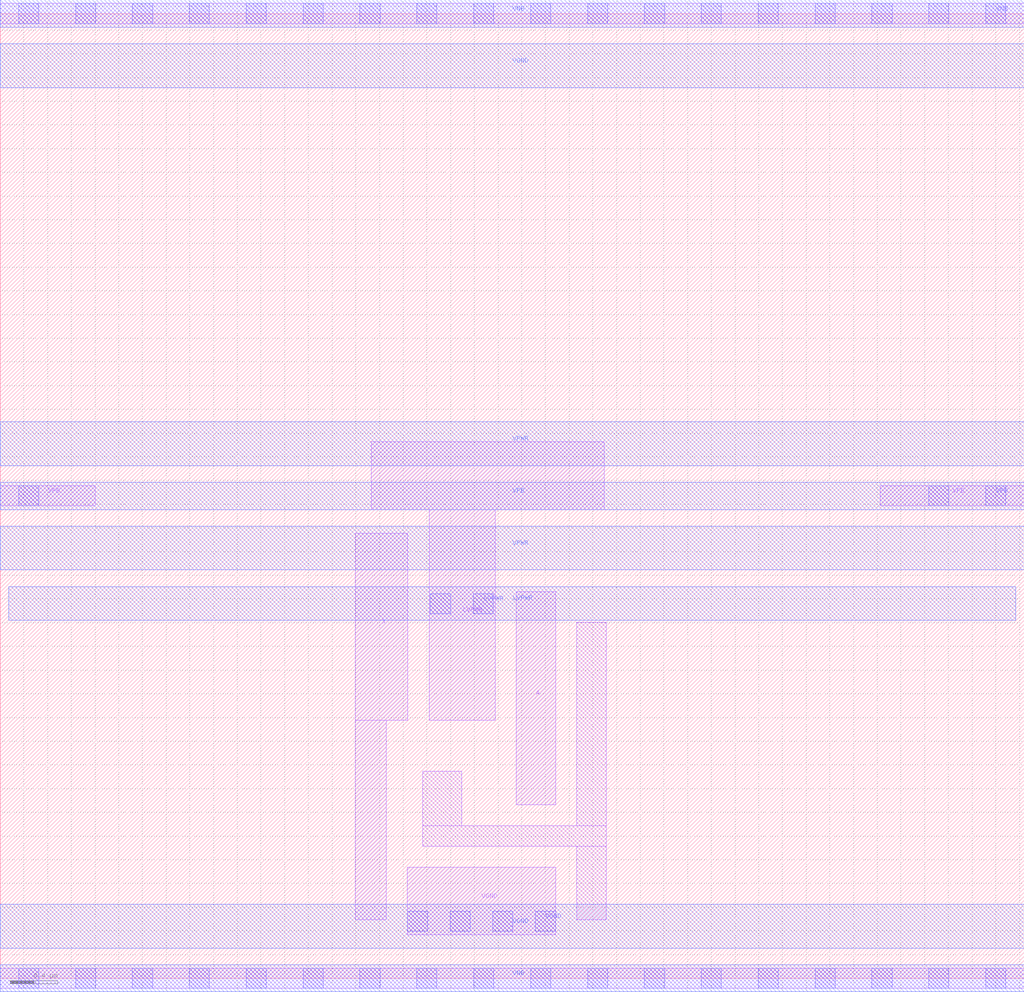
<source format=lef>
# Copyright 2020 The SkyWater PDK Authors
#
# Licensed under the Apache License, Version 2.0 (the "License");
# you may not use this file except in compliance with the License.
# You may obtain a copy of the License at
#
#     https://www.apache.org/licenses/LICENSE-2.0
#
# Unless required by applicable law or agreed to in writing, software
# distributed under the License is distributed on an "AS IS" BASIS,
# WITHOUT WARRANTIES OR CONDITIONS OF ANY KIND, either express or implied.
# See the License for the specific language governing permissions and
# limitations under the License.
#
# SPDX-License-Identifier: Apache-2.0

VERSION 5.5 ;
NAMESCASESENSITIVE ON ;
BUSBITCHARS "[]" ;
DIVIDERCHAR "/" ;
MACRO sky130_fd_sc_hvl__lsbufhv2lv_simple_1
  CLASS CORE ;
  SOURCE USER ;
  ORIGIN  0.000000  0.000000 ;
  SIZE  8.640000 BY  8.140000 ;
  SYMMETRY X Y R90 ;
  SITE unithv ;
  PIN A
    ANTENNAGATEAREA  0.585000 ;
    DIRECTION INPUT ;
    USE SIGNAL ;
    PORT
      LAYER li1 ;
        RECT 4.355000 1.465000 4.685000 3.260000 ;
    END
  END A
  PIN X
    ANTENNADIFFAREA  0.626250 ;
    DIRECTION OUTPUT ;
    USE SIGNAL ;
    PORT
      LAYER li1 ;
        RECT 2.995000 0.495000 3.255000 2.175000 ;
        RECT 2.995000 2.175000 3.440000 3.755000 ;
    END
  END X
  PIN LVPWR
    DIRECTION INOUT ;
    USE POWER ;
    PORT
      LAYER li1 ;
        RECT 3.130000 3.955000 5.095000 4.525000 ;
        RECT 3.620000 2.175000 4.175000 3.955000 ;
    END
    PORT
      LAYER mcon ;
        RECT 3.630000 3.075000 3.800000 3.245000 ;
        RECT 3.990000 3.075000 4.160000 3.245000 ;
    END
    PORT
      LAYER met1 ;
        RECT 0.070000 3.020000 8.570000 3.305000 ;
    END
  END LVPWR
  PIN VGND
    DIRECTION INOUT ;
    USE GROUND ;
    PORT
      LAYER li1 ;
        RECT 3.435000 0.365000 4.685000 0.935000 ;
    END
    PORT
      LAYER mcon ;
        RECT 3.435000 0.395000 3.605000 0.565000 ;
        RECT 3.795000 0.395000 3.965000 0.565000 ;
        RECT 4.155000 0.395000 4.325000 0.565000 ;
        RECT 4.515000 0.395000 4.685000 0.565000 ;
    END
    PORT
      LAYER met1 ;
        RECT 0.000000 0.255000 8.640000 0.625000 ;
    END
    PORT
      LAYER met1 ;
        RECT 0.000000 7.515000 8.640000 7.885000 ;
    END
  END VGND
  PIN VNB
    DIRECTION INOUT ;
    USE GROUND ;
    PORT
      LAYER li1 ;
        RECT 0.000000 -0.085000 8.640000 0.085000 ;
    END
    PORT
      LAYER li1 ;
        RECT 0.000000 8.055000 8.640000 8.225000 ;
    END
    PORT
      LAYER mcon ;
        RECT 0.155000 -0.085000 0.325000 0.085000 ;
        RECT 0.155000  8.055000 0.325000 8.225000 ;
        RECT 0.635000 -0.085000 0.805000 0.085000 ;
        RECT 0.635000  8.055000 0.805000 8.225000 ;
        RECT 1.115000 -0.085000 1.285000 0.085000 ;
        RECT 1.115000  8.055000 1.285000 8.225000 ;
        RECT 1.595000 -0.085000 1.765000 0.085000 ;
        RECT 1.595000  8.055000 1.765000 8.225000 ;
        RECT 2.075000 -0.085000 2.245000 0.085000 ;
        RECT 2.075000  8.055000 2.245000 8.225000 ;
        RECT 2.555000 -0.085000 2.725000 0.085000 ;
        RECT 2.555000  8.055000 2.725000 8.225000 ;
        RECT 3.035000 -0.085000 3.205000 0.085000 ;
        RECT 3.035000  8.055000 3.205000 8.225000 ;
        RECT 3.515000 -0.085000 3.685000 0.085000 ;
        RECT 3.515000  8.055000 3.685000 8.225000 ;
        RECT 3.995000 -0.085000 4.165000 0.085000 ;
        RECT 3.995000  8.055000 4.165000 8.225000 ;
        RECT 4.475000 -0.085000 4.645000 0.085000 ;
        RECT 4.475000  8.055000 4.645000 8.225000 ;
        RECT 4.955000 -0.085000 5.125000 0.085000 ;
        RECT 4.955000  8.055000 5.125000 8.225000 ;
        RECT 5.435000 -0.085000 5.605000 0.085000 ;
        RECT 5.435000  8.055000 5.605000 8.225000 ;
        RECT 5.915000 -0.085000 6.085000 0.085000 ;
        RECT 5.915000  8.055000 6.085000 8.225000 ;
        RECT 6.395000 -0.085000 6.565000 0.085000 ;
        RECT 6.395000  8.055000 6.565000 8.225000 ;
        RECT 6.875000 -0.085000 7.045000 0.085000 ;
        RECT 6.875000  8.055000 7.045000 8.225000 ;
        RECT 7.355000 -0.085000 7.525000 0.085000 ;
        RECT 7.355000  8.055000 7.525000 8.225000 ;
        RECT 7.835000 -0.085000 8.005000 0.085000 ;
        RECT 7.835000  8.055000 8.005000 8.225000 ;
        RECT 8.315000 -0.085000 8.485000 0.085000 ;
        RECT 8.315000  8.055000 8.485000 8.225000 ;
    END
    PORT
      LAYER met1 ;
        RECT 0.000000 -0.115000 8.640000 0.115000 ;
    END
    PORT
      LAYER met1 ;
        RECT 0.000000 8.025000 8.640000 8.255000 ;
    END
  END VNB
  PIN VPB
    DIRECTION INOUT ;
    USE POWER ;
    PORT
      LAYER li1 ;
        RECT 0.000000 3.985000 0.800000 4.155000 ;
    END
    PORT
      LAYER li1 ;
        RECT 7.425000 3.985000 8.640000 4.155000 ;
    END
    PORT
      LAYER mcon ;
        RECT 0.155000 3.985000 0.325000 4.155000 ;
        RECT 7.835000 3.985000 8.005000 4.155000 ;
        RECT 8.315000 3.985000 8.485000 4.155000 ;
    END
    PORT
      LAYER met1 ;
        RECT 0.000000 3.955000 8.640000 4.185000 ;
    END
  END VPB
  PIN VPWR
    DIRECTION INOUT ;
    USE POWER ;
    PORT
      LAYER met1 ;
        RECT 0.000000 3.445000 8.640000 3.815000 ;
    END
    PORT
      LAYER met1 ;
        RECT 0.000000 4.325000 8.640000 4.695000 ;
    END
  END VPWR
  OBS
    LAYER li1 ;
      RECT 3.565000 1.115000 5.115000 1.285000 ;
      RECT 3.565000 1.285000 3.895000 1.745000 ;
      RECT 4.865000 0.495000 5.115000 1.115000 ;
      RECT 4.865000 1.285000 5.115000 3.005000 ;
  END
END sky130_fd_sc_hvl__lsbufhv2lv_simple_1

</source>
